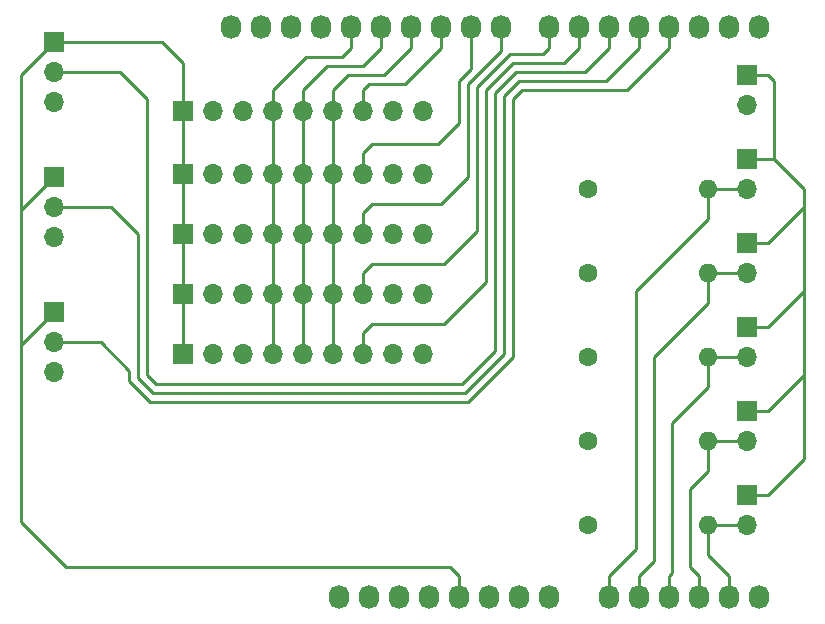
<source format=gbr>
%TF.GenerationSoftware,KiCad,Pcbnew,6.0.1*%
%TF.CreationDate,2022-02-02T08:09:41-07:00*%
%TF.ProjectId,aerogel_shield,6165726f-6765-46c5-9f73-6869656c642e,rev?*%
%TF.SameCoordinates,Original*%
%TF.FileFunction,Copper,L1,Top*%
%TF.FilePolarity,Positive*%
%FSLAX46Y46*%
G04 Gerber Fmt 4.6, Leading zero omitted, Abs format (unit mm)*
G04 Created by KiCad (PCBNEW 6.0.1) date 2022-02-02 08:09:41*
%MOMM*%
%LPD*%
G01*
G04 APERTURE LIST*
%TA.AperFunction,ComponentPad*%
%ADD10O,1.727200X2.032000*%
%TD*%
%TA.AperFunction,ComponentPad*%
%ADD11R,1.700000X1.700000*%
%TD*%
%TA.AperFunction,ComponentPad*%
%ADD12O,1.700000X1.700000*%
%TD*%
%TA.AperFunction,ComponentPad*%
%ADD13C,1.600000*%
%TD*%
%TA.AperFunction,ComponentPad*%
%ADD14O,1.600000X1.600000*%
%TD*%
%TA.AperFunction,Conductor*%
%ADD15C,0.250000*%
%TD*%
G04 APERTURE END LIST*
D10*
%TO.P,P1,1,Pin_1*%
%TO.N,unconnected-(P1-Pad1)*%
X138938000Y-123825000D03*
%TO.P,P1,2,Pin_2*%
%TO.N,/IOREF*%
X141478000Y-123825000D03*
%TO.P,P1,3,Pin_3*%
%TO.N,/Reset*%
X144018000Y-123825000D03*
%TO.P,P1,4,Pin_4*%
%TO.N,+3V3*%
X146558000Y-123825000D03*
%TO.P,P1,5,Pin_5*%
%TO.N,+5V*%
X149098000Y-123825000D03*
%TO.P,P1,6,Pin_6*%
%TO.N,GND*%
X151638000Y-123825000D03*
%TO.P,P1,7,Pin_7*%
X154178000Y-123825000D03*
%TO.P,P1,8,Pin_8*%
%TO.N,/Vin*%
X156718000Y-123825000D03*
%TD*%
%TO.P,P2,1,Pin_1*%
%TO.N,/A0*%
X161798000Y-123825000D03*
%TO.P,P2,2,Pin_2*%
%TO.N,/A1*%
X164338000Y-123825000D03*
%TO.P,P2,3,Pin_3*%
%TO.N,/A2*%
X166878000Y-123825000D03*
%TO.P,P2,4,Pin_4*%
%TO.N,/A3*%
X169418000Y-123825000D03*
%TO.P,P2,5,Pin_5*%
%TO.N,/A4(SDA)*%
X171958000Y-123825000D03*
%TO.P,P2,6,Pin_6*%
%TO.N,/A5(SCL)*%
X174498000Y-123825000D03*
%TD*%
%TO.P,P3,1,Pin_1*%
%TO.N,/A5(SCL)*%
X129794000Y-75565000D03*
%TO.P,P3,2,Pin_2*%
%TO.N,/A4(SDA)*%
X132334000Y-75565000D03*
%TO.P,P3,3,Pin_3*%
%TO.N,/AREF*%
X134874000Y-75565000D03*
%TO.P,P3,4,Pin_4*%
%TO.N,GND*%
X137414000Y-75565000D03*
%TO.P,P3,5,Pin_5*%
%TO.N,/13(SCK)*%
X139954000Y-75565000D03*
%TO.P,P3,6,Pin_6*%
%TO.N,/12(MISO)*%
X142494000Y-75565000D03*
%TO.P,P3,7,Pin_7*%
%TO.N,/11(\u002A\u002A{slash}MOSI)*%
X145034000Y-75565000D03*
%TO.P,P3,8,Pin_8*%
%TO.N,/10(\u002A\u002A{slash}SS)*%
X147574000Y-75565000D03*
%TO.P,P3,9,Pin_9*%
%TO.N,/9(\u002A\u002A)*%
X150114000Y-75565000D03*
%TO.P,P3,10,Pin_10*%
%TO.N,/8*%
X152654000Y-75565000D03*
%TD*%
%TO.P,P4,1,Pin_1*%
%TO.N,/7*%
X156718000Y-75565000D03*
%TO.P,P4,2,Pin_2*%
%TO.N,/6(\u002A\u002A)*%
X159258000Y-75565000D03*
%TO.P,P4,3,Pin_3*%
%TO.N,/5(\u002A\u002A)*%
X161798000Y-75565000D03*
%TO.P,P4,4,Pin_4*%
%TO.N,/4*%
X164338000Y-75565000D03*
%TO.P,P4,5,Pin_5*%
%TO.N,/3(\u002A\u002A)*%
X166878000Y-75565000D03*
%TO.P,P4,6,Pin_6*%
%TO.N,/2*%
X169418000Y-75565000D03*
%TO.P,P4,7,Pin_7*%
%TO.N,/1(Tx)*%
X171958000Y-75565000D03*
%TO.P,P4,8,Pin_8*%
%TO.N,/0(Rx)*%
X174498000Y-75565000D03*
%TD*%
D11*
%TO.P,J8,1,Pin_1*%
%TO.N,+5V*%
X125730000Y-93091000D03*
D12*
%TO.P,J8,2,Pin_2*%
%TO.N,unconnected-(J8-Pad2)*%
X128270000Y-93091000D03*
%TO.P,J8,3,Pin_3*%
%TO.N,GND*%
X130810000Y-93091000D03*
%TO.P,J8,4,Pin_4*%
%TO.N,/13(SCK)*%
X133350000Y-93091000D03*
%TO.P,J8,5,Pin_5*%
%TO.N,/12(MISO)*%
X135890000Y-93091000D03*
%TO.P,J8,6,Pin_6*%
%TO.N,/11(\u002A\u002A{slash}MOSI)*%
X138430000Y-93091000D03*
%TO.P,J8,7,Pin_7*%
%TO.N,/8*%
X140970000Y-93091000D03*
%TO.P,J8,8,Pin_8*%
%TO.N,unconnected-(J8-Pad8)*%
X143510000Y-93091000D03*
%TO.P,J8,9,Pin_9*%
%TO.N,unconnected-(J8-Pad9)*%
X146050000Y-93091000D03*
%TD*%
D11*
%TO.P,J12,1,Pin_1*%
%TO.N,+5V*%
X114808000Y-76835000D03*
D12*
%TO.P,J12,2,Pin_2*%
%TO.N,/5(\u002A\u002A)*%
X114808000Y-79375000D03*
%TO.P,J12,3,Pin_3*%
%TO.N,GND*%
X114808000Y-81915000D03*
%TD*%
D11*
%TO.P,J2,1,Pin_1*%
%TO.N,Net-(J2-Pad1)*%
X173482000Y-86746000D03*
D12*
%TO.P,J2,2,Pin_2*%
%TO.N,/A0*%
X173482000Y-89286000D03*
%TD*%
D11*
%TO.P,J7,1,Pin_1*%
%TO.N,+5V*%
X125730000Y-88011000D03*
D12*
%TO.P,J7,2,Pin_2*%
%TO.N,unconnected-(J7-Pad2)*%
X128270000Y-88011000D03*
%TO.P,J7,3,Pin_3*%
%TO.N,GND*%
X130810000Y-88011000D03*
%TO.P,J7,4,Pin_4*%
%TO.N,/13(SCK)*%
X133350000Y-88011000D03*
%TO.P,J7,5,Pin_5*%
%TO.N,/12(MISO)*%
X135890000Y-88011000D03*
%TO.P,J7,6,Pin_6*%
%TO.N,/11(\u002A\u002A{slash}MOSI)*%
X138430000Y-88011000D03*
%TO.P,J7,7,Pin_7*%
%TO.N,/9(\u002A\u002A)*%
X140970000Y-88011000D03*
%TO.P,J7,8,Pin_8*%
%TO.N,unconnected-(J7-Pad8)*%
X143510000Y-88011000D03*
%TO.P,J7,9,Pin_9*%
%TO.N,unconnected-(J7-Pad9)*%
X146050000Y-88011000D03*
%TD*%
D11*
%TO.P,J3,1,Pin_1*%
%TO.N,Net-(J2-Pad1)*%
X173482000Y-93858000D03*
D12*
%TO.P,J3,2,Pin_2*%
%TO.N,/A1*%
X173482000Y-96398000D03*
%TD*%
D11*
%TO.P,J10,1,Pin_1*%
%TO.N,+5V*%
X125730000Y-98171000D03*
D12*
%TO.P,J10,2,Pin_2*%
%TO.N,unconnected-(J10-Pad2)*%
X128270000Y-98171000D03*
%TO.P,J10,3,Pin_3*%
%TO.N,GND*%
X130810000Y-98171000D03*
%TO.P,J10,4,Pin_4*%
%TO.N,/13(SCK)*%
X133350000Y-98171000D03*
%TO.P,J10,5,Pin_5*%
%TO.N,/12(MISO)*%
X135890000Y-98171000D03*
%TO.P,J10,6,Pin_6*%
%TO.N,/11(\u002A\u002A{slash}MOSI)*%
X138430000Y-98171000D03*
%TO.P,J10,7,Pin_7*%
%TO.N,/7*%
X140970000Y-98171000D03*
%TO.P,J10,8,Pin_8*%
%TO.N,unconnected-(J10-Pad8)*%
X143510000Y-98171000D03*
%TO.P,J10,9,Pin_9*%
%TO.N,unconnected-(J10-Pad9)*%
X146050000Y-98171000D03*
%TD*%
D11*
%TO.P,J6,1,Pin_1*%
%TO.N,Net-(J2-Pad1)*%
X173482000Y-108077000D03*
D12*
%TO.P,J6,2,Pin_2*%
%TO.N,/A3*%
X173482000Y-110617000D03*
%TD*%
D11*
%TO.P,J14,1,Pin_1*%
%TO.N,+5V*%
X114808000Y-99695000D03*
D12*
%TO.P,J14,2,Pin_2*%
%TO.N,/3(\u002A\u002A)*%
X114808000Y-102235000D03*
%TO.P,J14,3,Pin_3*%
%TO.N,GND*%
X114808000Y-104775000D03*
%TD*%
D11*
%TO.P,J9,1,Pin_1*%
%TO.N,Net-(J2-Pad1)*%
X173482000Y-115189000D03*
D12*
%TO.P,J9,2,Pin_2*%
%TO.N,/A4(SDA)*%
X173482000Y-117729000D03*
%TD*%
D13*
%TO.P,R5,1*%
%TO.N,GND*%
X160020000Y-117729000D03*
D14*
%TO.P,R5,2*%
%TO.N,/A4(SDA)*%
X170180000Y-117729000D03*
%TD*%
D11*
%TO.P,J13,1,Pin_1*%
%TO.N,+5V*%
X114808000Y-88280000D03*
D12*
%TO.P,J13,2,Pin_2*%
%TO.N,/4*%
X114808000Y-90820000D03*
%TO.P,J13,3,Pin_3*%
%TO.N,GND*%
X114808000Y-93360000D03*
%TD*%
D11*
%TO.P,J5,1,Pin_1*%
%TO.N,Net-(J2-Pad1)*%
X173482000Y-100965000D03*
D12*
%TO.P,J5,2,Pin_2*%
%TO.N,/A2*%
X173482000Y-103505000D03*
%TD*%
D13*
%TO.P,R4,1*%
%TO.N,GND*%
X160020000Y-110617000D03*
D14*
%TO.P,R4,2*%
%TO.N,/A3*%
X170180000Y-110617000D03*
%TD*%
D13*
%TO.P,R3,1*%
%TO.N,GND*%
X160020000Y-103505000D03*
D14*
%TO.P,R3,2*%
%TO.N,/A2*%
X170180000Y-103505000D03*
%TD*%
D13*
%TO.P,R2,1*%
%TO.N,GND*%
X160020000Y-96403000D03*
D14*
%TO.P,R2,2*%
%TO.N,/A1*%
X170180000Y-96403000D03*
%TD*%
D11*
%TO.P,J4,1,Pin_1*%
%TO.N,+5V*%
X125730000Y-82677000D03*
D12*
%TO.P,J4,2,Pin_2*%
%TO.N,unconnected-(J4-Pad2)*%
X128270000Y-82677000D03*
%TO.P,J4,3,Pin_3*%
%TO.N,GND*%
X130810000Y-82677000D03*
%TO.P,J4,4,Pin_4*%
%TO.N,/13(SCK)*%
X133350000Y-82677000D03*
%TO.P,J4,5,Pin_5*%
%TO.N,/12(MISO)*%
X135890000Y-82677000D03*
%TO.P,J4,6,Pin_6*%
%TO.N,/11(\u002A\u002A{slash}MOSI)*%
X138430000Y-82677000D03*
%TO.P,J4,7,Pin_7*%
%TO.N,/10(\u002A\u002A{slash}SS)*%
X140970000Y-82677000D03*
%TO.P,J4,8,Pin_8*%
%TO.N,unconnected-(J4-Pad8)*%
X143510000Y-82677000D03*
%TO.P,J4,9,Pin_9*%
%TO.N,unconnected-(J4-Pad9)*%
X146050000Y-82677000D03*
%TD*%
D13*
%TO.P,R1,1*%
%TO.N,GND*%
X160020000Y-89286000D03*
D14*
%TO.P,R1,2*%
%TO.N,/A0*%
X170180000Y-89286000D03*
%TD*%
D11*
%TO.P,J11,1,Pin_1*%
%TO.N,+5V*%
X125730000Y-103251000D03*
D12*
%TO.P,J11,2,Pin_2*%
%TO.N,unconnected-(J11-Pad2)*%
X128270000Y-103251000D03*
%TO.P,J11,3,Pin_3*%
%TO.N,GND*%
X130810000Y-103251000D03*
%TO.P,J11,4,Pin_4*%
%TO.N,/13(SCK)*%
X133350000Y-103251000D03*
%TO.P,J11,5,Pin_5*%
%TO.N,/12(MISO)*%
X135890000Y-103251000D03*
%TO.P,J11,6,Pin_6*%
%TO.N,/11(\u002A\u002A{slash}MOSI)*%
X138430000Y-103251000D03*
%TO.P,J11,7,Pin_7*%
%TO.N,/6(\u002A\u002A)*%
X140970000Y-103251000D03*
%TO.P,J11,8,Pin_8*%
%TO.N,unconnected-(J11-Pad8)*%
X143510000Y-103251000D03*
%TO.P,J11,9,Pin_9*%
%TO.N,unconnected-(J11-Pad9)*%
X146050000Y-103251000D03*
%TD*%
D11*
%TO.P,J1,1,Pin_1*%
%TO.N,Net-(J2-Pad1)*%
X173482000Y-79639000D03*
D12*
%TO.P,J1,2,Pin_2*%
%TO.N,GND*%
X173482000Y-82179000D03*
%TD*%
D15*
%TO.N,+5V*%
X114793000Y-88280000D02*
X112014000Y-91059000D01*
X112014000Y-117475000D02*
X115824000Y-121285000D01*
X114808000Y-99695000D02*
X112014000Y-102489000D01*
X149098000Y-122047000D02*
X149098000Y-123825000D01*
X114808000Y-76835000D02*
X112014000Y-79629000D01*
X125730000Y-78613000D02*
X125730000Y-82677000D01*
X123952000Y-76835000D02*
X125730000Y-78613000D01*
X114808000Y-76835000D02*
X123952000Y-76835000D01*
X148336000Y-121285000D02*
X149098000Y-122047000D01*
X114808000Y-88280000D02*
X114793000Y-88280000D01*
X125730000Y-93091000D02*
X125730000Y-88011000D01*
X115824000Y-121285000D02*
X148336000Y-121285000D01*
X125730000Y-88011000D02*
X125730000Y-82677000D01*
X112014000Y-91059000D02*
X112014000Y-102489000D01*
X125730000Y-98171000D02*
X125730000Y-93091000D01*
X112014000Y-79629000D02*
X112014000Y-91059000D01*
X112014000Y-102489000D02*
X112014000Y-117475000D01*
X125730000Y-103251000D02*
X125730000Y-98171000D01*
%TO.N,/A0*%
X161798000Y-122047000D02*
X161798000Y-123825000D01*
X170180000Y-91821000D02*
X164084000Y-97917000D01*
X170180000Y-89286000D02*
X170180000Y-91821000D01*
X173482000Y-89286000D02*
X170180000Y-89286000D01*
X164084000Y-97917000D02*
X164084000Y-119761000D01*
X164084000Y-119761000D02*
X161798000Y-122047000D01*
%TO.N,/A1*%
X170180000Y-98933000D02*
X165608000Y-103505000D01*
X165608000Y-120777000D02*
X164338000Y-122047000D01*
X165608000Y-103505000D02*
X165608000Y-120777000D01*
X170180000Y-96403000D02*
X170180000Y-98933000D01*
X164338000Y-122047000D02*
X164338000Y-123825000D01*
X170185000Y-96398000D02*
X170180000Y-96403000D01*
X173482000Y-96398000D02*
X170185000Y-96398000D01*
%TO.N,/A2*%
X167132000Y-121793000D02*
X166878000Y-122047000D01*
X170180000Y-106045000D02*
X167132000Y-109093000D01*
X170180000Y-103505000D02*
X170180000Y-106045000D01*
X173482000Y-103505000D02*
X170180000Y-103505000D01*
X166878000Y-122047000D02*
X166878000Y-123825000D01*
X167132000Y-109093000D02*
X167132000Y-121793000D01*
%TO.N,/A3*%
X168656000Y-121285000D02*
X168656000Y-114649250D01*
X168656000Y-114649250D02*
X170180000Y-113125250D01*
X169418000Y-122047000D02*
X168656000Y-121285000D01*
X170180000Y-113125250D02*
X170180000Y-110617000D01*
X173482000Y-110617000D02*
X170180000Y-110617000D01*
X169418000Y-123825000D02*
X169418000Y-122047000D01*
%TO.N,/A4(SDA)*%
X170180000Y-120269000D02*
X170180000Y-117729000D01*
X171958000Y-122047000D02*
X170180000Y-120269000D01*
X171958000Y-123825000D02*
X171958000Y-122047000D01*
X173482000Y-117729000D02*
X170180000Y-117729000D01*
%TO.N,/9(\u002A\u002A)*%
X149098000Y-83693000D02*
X149098000Y-80137000D01*
X147320000Y-85471000D02*
X149098000Y-83693000D01*
X140970000Y-86233000D02*
X141732000Y-85471000D01*
X149098000Y-80137000D02*
X150114000Y-79121000D01*
X141732000Y-85471000D02*
X147320000Y-85471000D01*
X140970000Y-88011000D02*
X140970000Y-86233000D01*
X150114000Y-79121000D02*
X150114000Y-75565000D01*
%TO.N,/8*%
X152654000Y-77597000D02*
X152654000Y-75565000D01*
X141732000Y-90551000D02*
X147574000Y-90551000D01*
X149860000Y-80391000D02*
X152654000Y-77597000D01*
X140970000Y-93091000D02*
X140970000Y-91313000D01*
X140970000Y-91313000D02*
X141732000Y-90551000D01*
X147574000Y-90551000D02*
X149860000Y-88265000D01*
X149860000Y-88265000D02*
X149860000Y-80391000D01*
%TO.N,/7*%
X141732000Y-95631000D02*
X147828000Y-95631000D01*
X150622000Y-92837000D02*
X150622000Y-80645000D01*
X153416000Y-77851000D02*
X156210000Y-77851000D01*
X150622000Y-80645000D02*
X153416000Y-77851000D01*
X140970000Y-98171000D02*
X140970000Y-96393000D01*
X156210000Y-77851000D02*
X156718000Y-77343000D01*
X156718000Y-77343000D02*
X156718000Y-75565000D01*
X140970000Y-96393000D02*
X141732000Y-95631000D01*
X147828000Y-95631000D02*
X150622000Y-92837000D01*
%TO.N,/6(\u002A\u002A)*%
X157988000Y-78613000D02*
X159258000Y-77343000D01*
X140970000Y-103251000D02*
X140970000Y-101473000D01*
X140970000Y-101473000D02*
X141732000Y-100711000D01*
X159258000Y-77343000D02*
X159258000Y-75565000D01*
X141732000Y-100711000D02*
X147828000Y-100711000D01*
X147828000Y-100711000D02*
X151384000Y-97155000D01*
X151384000Y-80899000D02*
X153670000Y-78613000D01*
X153670000Y-78613000D02*
X157988000Y-78613000D01*
X151384000Y-97155000D02*
X151384000Y-80899000D01*
%TO.N,/5(\u002A\u002A)*%
X122682000Y-105029000D02*
X122682000Y-81661000D01*
X123444000Y-105791000D02*
X122682000Y-105029000D01*
X152146000Y-81153000D02*
X152146000Y-102997000D01*
X120396000Y-79375000D02*
X114808000Y-79375000D01*
X153924000Y-79375000D02*
X152146000Y-81153000D01*
X161798000Y-77343000D02*
X159766000Y-79375000D01*
X149352000Y-105791000D02*
X123444000Y-105791000D01*
X152146000Y-102997000D02*
X149352000Y-105791000D01*
X122682000Y-81661000D02*
X120396000Y-79375000D01*
X159766000Y-79375000D02*
X153924000Y-79375000D01*
X161798000Y-75565000D02*
X161798000Y-77343000D01*
%TO.N,/4*%
X121920000Y-93091000D02*
X119649000Y-90820000D01*
X121920000Y-105283000D02*
X121920000Y-93091000D01*
X149606000Y-106553000D02*
X123190000Y-106553000D01*
X154178000Y-80137000D02*
X152908000Y-81407000D01*
X123190000Y-106553000D02*
X121920000Y-105283000D01*
X164338000Y-77343000D02*
X161544000Y-80137000D01*
X161544000Y-80137000D02*
X154178000Y-80137000D01*
X152908000Y-103251000D02*
X149606000Y-106553000D01*
X152908000Y-81407000D02*
X152908000Y-103251000D01*
X119649000Y-90820000D02*
X114808000Y-90820000D01*
X164338000Y-75565000D02*
X164338000Y-77343000D01*
%TO.N,/3(\u002A\u002A)*%
X166878000Y-77343000D02*
X163322000Y-80899000D01*
X163322000Y-80899000D02*
X154432000Y-80899000D01*
X149860000Y-107315000D02*
X122936000Y-107315000D01*
X153670000Y-81661000D02*
X153670000Y-103505000D01*
X121158000Y-105537000D02*
X121158000Y-104648000D01*
X166878000Y-75565000D02*
X166878000Y-77343000D01*
X121158000Y-104648000D02*
X118745000Y-102235000D01*
X154432000Y-80899000D02*
X153670000Y-81661000D01*
X118745000Y-102235000D02*
X114808000Y-102235000D01*
X153670000Y-103505000D02*
X149860000Y-107315000D01*
X122936000Y-107315000D02*
X121158000Y-105537000D01*
%TO.N,/13(SCK)*%
X133350000Y-80899000D02*
X133350000Y-82677000D01*
X136144000Y-78105000D02*
X133350000Y-80899000D01*
X139192000Y-78105000D02*
X136144000Y-78105000D01*
X133350000Y-98171000D02*
X133350000Y-103251000D01*
X133350000Y-82677000D02*
X133350000Y-88011000D01*
X133350000Y-88011000D02*
X133350000Y-93091000D01*
X139954000Y-75565000D02*
X139954000Y-77343000D01*
X133350000Y-93091000D02*
X133350000Y-98171000D01*
X139954000Y-77343000D02*
X139192000Y-78105000D01*
%TO.N,/11(\u002A\u002A{slash}MOSI)*%
X142748000Y-79629000D02*
X139700000Y-79629000D01*
X145034000Y-75565000D02*
X145034000Y-77343000D01*
X138430000Y-80899000D02*
X138430000Y-82677000D01*
X138430000Y-98171000D02*
X138430000Y-103251000D01*
X145034000Y-77343000D02*
X142748000Y-79629000D01*
X138430000Y-93091000D02*
X138430000Y-98171000D01*
X139700000Y-79629000D02*
X138430000Y-80899000D01*
X138430000Y-82677000D02*
X138430000Y-88011000D01*
X138430000Y-88011000D02*
X138430000Y-93091000D01*
%TO.N,/10(\u002A\u002A{slash}SS)*%
X140970000Y-82677000D02*
X140970000Y-80899000D01*
X141478000Y-80391000D02*
X144526000Y-80391000D01*
X147574000Y-77343000D02*
X147574000Y-75565000D01*
X140970000Y-80899000D02*
X141478000Y-80391000D01*
X144526000Y-80391000D02*
X147574000Y-77343000D01*
%TO.N,/12(MISO)*%
X142494000Y-77343000D02*
X140970000Y-78867000D01*
X135890000Y-98171000D02*
X135890000Y-93091000D01*
X140970000Y-78867000D02*
X137922000Y-78867000D01*
X137922000Y-78867000D02*
X135890000Y-80899000D01*
X135890000Y-93091000D02*
X135890000Y-88011000D01*
X135890000Y-103251000D02*
X135890000Y-98171000D01*
X135890000Y-80899000D02*
X135890000Y-82677000D01*
X142494000Y-75565000D02*
X142494000Y-77343000D01*
X135890000Y-88011000D02*
X135890000Y-82677000D01*
%TO.N,Net-(J2-Pad1)*%
X175768000Y-80137000D02*
X175768000Y-86741000D01*
X175768000Y-86741000D02*
X178308000Y-89281000D01*
X178308000Y-112141000D02*
X175260000Y-115189000D01*
X175260000Y-100965000D02*
X178308000Y-97917000D01*
X178308000Y-90805000D02*
X178308000Y-97917000D01*
X175260000Y-108077000D02*
X178308000Y-105029000D01*
X178308000Y-89281000D02*
X178308000Y-90805000D01*
X175763000Y-86746000D02*
X175768000Y-86741000D01*
X178308000Y-97917000D02*
X178308000Y-105029000D01*
X173482000Y-86746000D02*
X173482000Y-86751000D01*
X173482000Y-100965000D02*
X175260000Y-100965000D01*
X173482000Y-79639000D02*
X175250000Y-79639000D01*
X173482000Y-86746000D02*
X175763000Y-86746000D01*
X178308000Y-105029000D02*
X178308000Y-112141000D01*
X175260000Y-115189000D02*
X173482000Y-115189000D01*
X175260000Y-79629000D02*
X175768000Y-80137000D01*
X175255000Y-93858000D02*
X178308000Y-90805000D01*
X173482000Y-93858000D02*
X175255000Y-93858000D01*
X175250000Y-79639000D02*
X175260000Y-79629000D01*
X173482000Y-108077000D02*
X175260000Y-108077000D01*
%TD*%
M02*

</source>
